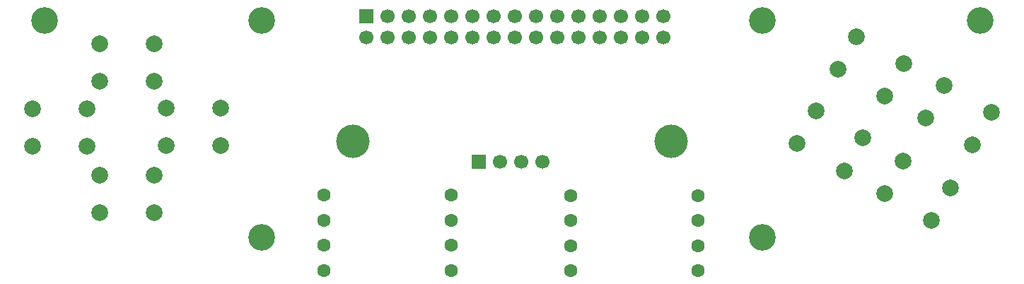
<source format=gbr>
%TF.GenerationSoftware,KiCad,Pcbnew,9.0.3*%
%TF.CreationDate,2025-07-14T12:36:22+02:00*%
%TF.ProjectId,CalliopeGamePad,43616c6c-696f-4706-9547-616d65506164,rev?*%
%TF.SameCoordinates,Original*%
%TF.FileFunction,Soldermask,Bot*%
%TF.FilePolarity,Negative*%
%FSLAX46Y46*%
G04 Gerber Fmt 4.6, Leading zero omitted, Abs format (unit mm)*
G04 Created by KiCad (PCBNEW 9.0.3) date 2025-07-14 12:36:22*
%MOMM*%
%LPD*%
G01*
G04 APERTURE LIST*
%ADD10C,3.200000*%
%ADD11C,2.000000*%
%ADD12R,1.700000X1.700000*%
%ADD13C,1.700000*%
%ADD14C,4.000000*%
%ADD15C,1.600000*%
G04 APERTURE END LIST*
D10*
%TO.C,H4*%
X94000000Y-93000000D03*
%TD*%
D11*
%TO.C,U8*%
X196839673Y-109876443D03*
X202468838Y-113126443D03*
X194589673Y-113773557D03*
X200218838Y-117023557D03*
%TD*%
%TO.C,U6*%
X201739673Y-100826443D03*
X207368838Y-104076443D03*
X199489672Y-104723558D03*
X205118839Y-107973558D03*
%TD*%
%TO.C,U2*%
X92611800Y-103599760D03*
X99111800Y-103599760D03*
X92611800Y-108099760D03*
X99111800Y-108099760D03*
%TD*%
%TO.C,U4*%
X100639400Y-111564760D03*
X107139400Y-111564760D03*
X100639400Y-116064760D03*
X107139400Y-116064760D03*
%TD*%
D12*
%TO.C,J2*%
X146000000Y-110000000D03*
D13*
X148540000Y-110000000D03*
X151080000Y-110000000D03*
X153620000Y-110000000D03*
%TD*%
D11*
%TO.C,U7*%
X186389673Y-103876443D03*
X192018838Y-107126443D03*
X184139673Y-107773557D03*
X189768838Y-111023557D03*
%TD*%
D10*
%TO.C,H8*%
X206000000Y-93000000D03*
%TD*%
D14*
%TO.C,H1*%
X169050000Y-107550000D03*
%TD*%
D11*
%TO.C,U3*%
X108615000Y-103538360D03*
X115115000Y-103538360D03*
X108615000Y-108038360D03*
X115115000Y-108038360D03*
%TD*%
D10*
%TO.C,H5*%
X120000000Y-119000000D03*
%TD*%
%TO.C,H7*%
X180000000Y-93000000D03*
%TD*%
%TO.C,H6*%
X180000000Y-119000000D03*
%TD*%
D11*
%TO.C,U5*%
X191239673Y-94976443D03*
X196868838Y-98226443D03*
X188989673Y-98873557D03*
X194618838Y-102123557D03*
%TD*%
D10*
%TO.C,H3*%
X120000000Y-93000000D03*
%TD*%
D14*
%TO.C,H2*%
X130950000Y-107550000D03*
%TD*%
D11*
%TO.C,U1*%
X100623010Y-95815070D03*
X107123010Y-95815070D03*
X100623010Y-100315070D03*
X107123010Y-100315070D03*
%TD*%
D15*
%TO.C,R4*%
X142720951Y-113969293D03*
X127480951Y-113969293D03*
%TD*%
%TO.C,R1*%
X142720951Y-119969293D03*
X127480951Y-119969293D03*
%TD*%
%TO.C,R7*%
X157000000Y-114000000D03*
X172240000Y-114000000D03*
%TD*%
%TO.C,R3*%
X142720951Y-122969293D03*
X127480951Y-122969293D03*
%TD*%
%TO.C,R5*%
X157000000Y-120000000D03*
X172240000Y-120000000D03*
%TD*%
%TO.C,R8*%
X157000000Y-123000000D03*
X172240000Y-123000000D03*
%TD*%
%TO.C,R6*%
X157000000Y-117000000D03*
X172240000Y-117000000D03*
%TD*%
%TO.C,R2*%
X142720951Y-116969293D03*
X127480951Y-116969293D03*
%TD*%
D12*
%TO.C,J1*%
X132540000Y-92500000D03*
D13*
X132540000Y-95040000D03*
X135080000Y-92500000D03*
X135080000Y-95040000D03*
X137620000Y-92500000D03*
X137620000Y-95040000D03*
X140160000Y-92500000D03*
X140160000Y-95040000D03*
X142700000Y-92500000D03*
X142700000Y-95040000D03*
X145240000Y-92500000D03*
X145240000Y-95040000D03*
X147780000Y-92500000D03*
X147780000Y-95040000D03*
X150320000Y-92500000D03*
X150320000Y-95040000D03*
X152860000Y-92500000D03*
X152860000Y-95040000D03*
X155400000Y-92500000D03*
X155400000Y-95040000D03*
X157940000Y-92500000D03*
X157940000Y-95040000D03*
X160480000Y-92500000D03*
X160480000Y-95040000D03*
X163020000Y-92500000D03*
X163020000Y-95040000D03*
X165560000Y-92500000D03*
X165560000Y-95040000D03*
X168100000Y-92500000D03*
X168100000Y-95040000D03*
%TD*%
M02*

</source>
